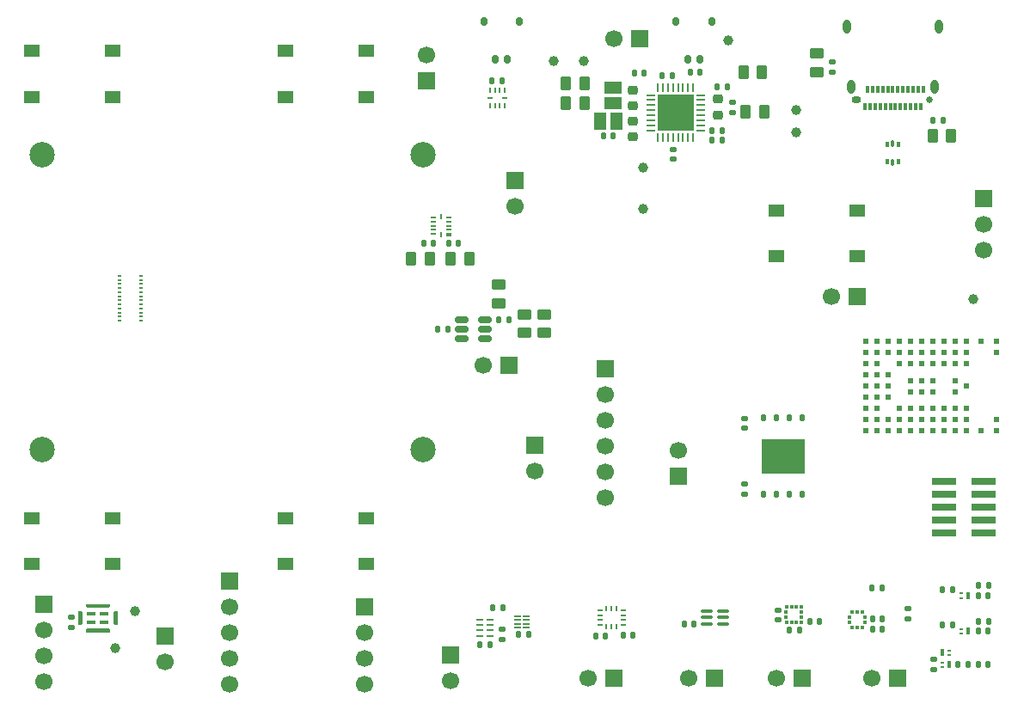
<source format=gbr>
%TF.GenerationSoftware,KiCad,Pcbnew,9.0.1+1*%
%TF.CreationDate,2025-09-26T11:21:38+00:00*%
%TF.ProjectId,ZSWatch-Watch-DevKit,5a535761-7463-4682-9d57-617463682d44,1.2.1*%
%TF.SameCoordinates,Original*%
%TF.FileFunction,Soldermask,Top*%
%TF.FilePolarity,Negative*%
%FSLAX46Y46*%
G04 Gerber Fmt 4.6, Leading zero omitted, Abs format (unit mm)*
G04 Created by KiCad (PCBNEW 9.0.1+1) date 2025-09-26 11:21:38*
%MOMM*%
%LPD*%
G01*
G04 APERTURE LIST*
G04 Aperture macros list*
%AMRoundRect*
0 Rectangle with rounded corners*
0 $1 Rounding radius*
0 $2 $3 $4 $5 $6 $7 $8 $9 X,Y pos of 4 corners*
0 Add a 4 corners polygon primitive as box body*
4,1,4,$2,$3,$4,$5,$6,$7,$8,$9,$2,$3,0*
0 Add four circle primitives for the rounded corners*
1,1,$1+$1,$2,$3*
1,1,$1+$1,$4,$5*
1,1,$1+$1,$6,$7*
1,1,$1+$1,$8,$9*
0 Add four rect primitives between the rounded corners*
20,1,$1+$1,$2,$3,$4,$5,0*
20,1,$1+$1,$4,$5,$6,$7,0*
20,1,$1+$1,$6,$7,$8,$9,0*
20,1,$1+$1,$8,$9,$2,$3,0*%
G04 Aperture macros list end*
%ADD10C,0.010000*%
%ADD11RoundRect,0.140000X0.140000X0.170000X-0.140000X0.170000X-0.140000X-0.170000X0.140000X-0.170000X0*%
%ADD12RoundRect,0.250000X-0.262500X-0.450000X0.262500X-0.450000X0.262500X0.450000X-0.262500X0.450000X0*%
%ADD13RoundRect,0.250000X0.262500X0.450000X-0.262500X0.450000X-0.262500X-0.450000X0.262500X-0.450000X0*%
%ADD14RoundRect,0.050000X-0.150000X-0.300000X0.150000X-0.300000X0.150000X0.300000X-0.150000X0.300000X0*%
%ADD15RoundRect,0.050000X-0.150000X-0.075000X0.150000X-0.075000X0.150000X0.075000X-0.150000X0.075000X0*%
%ADD16RoundRect,0.093750X-0.093750X0.156250X-0.093750X-0.156250X0.093750X-0.156250X0.093750X0.156250X0*%
%ADD17RoundRect,0.075000X-0.075000X0.250000X-0.075000X-0.250000X0.075000X-0.250000X0.075000X0.250000X0*%
%ADD18RoundRect,0.135000X0.185000X-0.135000X0.185000X0.135000X-0.185000X0.135000X-0.185000X-0.135000X0*%
%ADD19R,1.500000X1.300000*%
%ADD20C,1.000000*%
%ADD21R,1.700000X1.700000*%
%ADD22C,1.700000*%
%ADD23RoundRect,0.250000X-0.450000X0.262500X-0.450000X-0.262500X0.450000X-0.262500X0.450000X0.262500X0*%
%ADD24R,2.400000X0.740000*%
%ADD25RoundRect,0.062500X-0.337500X-0.062500X0.337500X-0.062500X0.337500X0.062500X-0.337500X0.062500X0*%
%ADD26RoundRect,0.062500X-0.062500X-0.337500X0.062500X-0.337500X0.062500X0.337500X-0.062500X0.337500X0*%
%ADD27R,3.600000X3.600000*%
%ADD28RoundRect,0.150000X0.150000X0.275000X-0.150000X0.275000X-0.150000X-0.275000X0.150000X-0.275000X0*%
%ADD29RoundRect,0.175000X0.175000X0.225000X-0.175000X0.225000X-0.175000X-0.225000X0.175000X-0.225000X0*%
%ADD30RoundRect,0.075000X-0.512500X-0.075000X0.512500X-0.075000X0.512500X0.075000X-0.512500X0.075000X0*%
%ADD31C,2.500000*%
%ADD32R,0.250000X0.500000*%
%ADD33R,0.500000X0.250000*%
%ADD34RoundRect,0.140000X-0.170000X0.140000X-0.170000X-0.140000X0.170000X-0.140000X0.170000X0.140000X0*%
%ADD35RoundRect,0.135000X-0.185000X0.135000X-0.185000X-0.135000X0.185000X-0.135000X0.185000X0.135000X0*%
%ADD36RoundRect,0.135000X0.135000X0.185000X-0.135000X0.185000X-0.135000X-0.185000X0.135000X-0.185000X0*%
%ADD37RoundRect,0.140000X-0.140000X-0.170000X0.140000X-0.170000X0.140000X0.170000X-0.140000X0.170000X0*%
%ADD38RoundRect,0.125000X0.125000X-0.200000X0.125000X0.200000X-0.125000X0.200000X-0.125000X-0.200000X0*%
%ADD39R,4.300000X3.400000*%
%ADD40R,0.650000X0.170000*%
%ADD41RoundRect,0.140000X0.170000X-0.140000X0.170000X0.140000X-0.170000X0.140000X-0.170000X-0.140000X0*%
%ADD42R,0.950000X0.450000*%
%ADD43RoundRect,0.135000X-0.135000X-0.185000X0.135000X-0.185000X0.135000X0.185000X-0.135000X0.185000X0*%
%ADD44R,0.700000X0.270000*%
%ADD45R,0.370000X0.300000*%
%ADD46R,0.300000X0.370000*%
%ADD47RoundRect,0.147500X0.147500X0.172500X-0.147500X0.172500X-0.147500X-0.172500X0.147500X-0.172500X0*%
%ADD48C,0.650000*%
%ADD49O,0.950000X0.650000*%
%ADD50R,0.300000X0.700000*%
%ADD51O,0.800000X1.400000*%
%ADD52RoundRect,0.225000X-0.250000X0.225000X-0.250000X-0.225000X0.250000X-0.225000X0.250000X0.225000X0*%
%ADD53R,0.475000X0.250000*%
%ADD54R,0.250000X0.475000*%
%ADD55R,1.150000X1.800000*%
%ADD56R,0.600000X0.600000*%
%ADD57RoundRect,0.147500X-0.147500X-0.172500X0.147500X-0.172500X0.147500X0.172500X-0.147500X0.172500X0*%
%ADD58RoundRect,0.225000X0.250000X-0.225000X0.250000X0.225000X-0.250000X0.225000X-0.250000X-0.225000X0*%
%ADD59R,0.300000X0.325000*%
%ADD60R,0.325000X0.300000*%
%ADD61R,1.800000X1.150000*%
%ADD62RoundRect,0.050000X0.150000X0.300000X-0.150000X0.300000X-0.150000X-0.300000X0.150000X-0.300000X0*%
%ADD63RoundRect,0.050000X0.150000X0.075000X-0.150000X0.075000X-0.150000X-0.075000X0.150000X-0.075000X0*%
%ADD64RoundRect,0.150000X0.512500X0.150000X-0.512500X0.150000X-0.512500X-0.150000X0.512500X-0.150000X0*%
%ADD65R,0.450000X0.210000*%
%ADD66R,0.500000X0.320000*%
%ADD67R,0.500000X0.220000*%
%ADD68R,0.220000X0.500000*%
%ADD69R,0.500000X0.200000*%
%ADD70RoundRect,0.250000X0.450000X-0.262500X0.450000X0.262500X-0.450000X0.262500X-0.450000X-0.262500X0*%
G04 APERTURE END LIST*
D10*
%TO.C,MK501*%
X166935000Y-173025000D02*
X166935000Y-174125000D01*
X166835000Y-174225000D01*
X166610000Y-174225000D01*
X166610000Y-172925000D01*
X166835000Y-172925000D01*
X166935000Y-173025000D01*
G36*
X166935000Y-173025000D02*
G01*
X166935000Y-174125000D01*
X166835000Y-174225000D01*
X166610000Y-174225000D01*
X166610000Y-172925000D01*
X166835000Y-172925000D01*
X166935000Y-173025000D01*
G37*
X169635000Y-172425000D02*
X169535000Y-172525000D01*
X167435000Y-172525000D01*
X167335000Y-172425000D01*
X167335000Y-172200000D01*
X169635000Y-172200000D01*
X169635000Y-172425000D01*
G36*
X169635000Y-172425000D02*
G01*
X169535000Y-172525000D01*
X167435000Y-172525000D01*
X167335000Y-172425000D01*
X167335000Y-172200000D01*
X169635000Y-172200000D01*
X169635000Y-172425000D01*
G37*
X169635000Y-174725000D02*
X169635000Y-174950000D01*
X167335000Y-174950000D01*
X167335000Y-174725000D01*
X167435000Y-174625000D01*
X169535000Y-174625000D01*
X169635000Y-174725000D01*
G36*
X169635000Y-174725000D02*
G01*
X169635000Y-174950000D01*
X167335000Y-174950000D01*
X167335000Y-174725000D01*
X167435000Y-174625000D01*
X169535000Y-174625000D01*
X169635000Y-174725000D01*
G37*
X170360000Y-174225000D02*
X170135000Y-174225000D01*
X170035000Y-174125000D01*
X170035000Y-173025000D01*
X170135000Y-172925000D01*
X170360000Y-172925000D01*
X170360000Y-174225000D01*
G36*
X170360000Y-174225000D02*
G01*
X170135000Y-174225000D01*
X170035000Y-174125000D01*
X170035000Y-173025000D01*
X170135000Y-172925000D01*
X170360000Y-172925000D01*
X170360000Y-174225000D01*
G37*
%TD*%
D11*
%TO.C,C404*%
X225060000Y-120200000D03*
X224100000Y-120200000D03*
%TD*%
D12*
%TO.C,R605*%
X250700000Y-126100000D03*
X252525000Y-126100000D03*
%TD*%
D13*
%TO.C,R409*%
X234112500Y-123749000D03*
X232287500Y-123749000D03*
%TD*%
D14*
%TO.C,Q403*%
X254250000Y-171400000D03*
D15*
X253550000Y-171175000D03*
X253550000Y-171625000D03*
%TD*%
D12*
%TO.C,R615*%
X203275000Y-138200000D03*
X205100000Y-138200000D03*
%TD*%
D16*
%TO.C,IC602*%
X247337500Y-126937500D03*
D17*
X246800000Y-126862500D03*
D16*
X246262500Y-126937500D03*
X246262500Y-128637500D03*
D17*
X246800000Y-128712500D03*
D16*
X247337500Y-128637500D03*
%TD*%
D18*
%TO.C,R403*%
X250800000Y-178710000D03*
X250800000Y-177690000D03*
%TD*%
D19*
%TO.C,S503*%
X162025000Y-163750000D03*
X162025000Y-168250000D03*
X169975000Y-163750000D03*
X169975000Y-168250000D03*
%TD*%
D20*
%TO.C,TP504*%
X222200000Y-129200000D03*
%TD*%
D21*
%TO.C,X508*%
X200900000Y-120700000D03*
D22*
X200900000Y-118160000D03*
%TD*%
D19*
%TO.C,S504*%
X162025000Y-117750000D03*
X162025000Y-122250000D03*
X169975000Y-117750000D03*
X169975000Y-122250000D03*
%TD*%
D23*
%TO.C,R613*%
X212500000Y-143687500D03*
X212500000Y-145512500D03*
%TD*%
D24*
%TO.C,X601*%
X251800000Y-160120000D03*
X255700000Y-160120000D03*
X251800000Y-161390000D03*
X255700000Y-161390000D03*
X251800000Y-162660000D03*
X255700000Y-162660000D03*
X251800000Y-163930000D03*
X255700000Y-163930000D03*
X251800000Y-165200000D03*
X255700000Y-165200000D03*
%TD*%
D25*
%TO.C,IC401*%
X222937790Y-122080400D03*
X222937790Y-122580400D03*
X222937790Y-123080400D03*
X222937790Y-123580400D03*
X222937790Y-124080400D03*
X222937790Y-124580400D03*
X222937790Y-125080400D03*
X222937790Y-125580400D03*
D26*
X223637790Y-126280400D03*
X224137790Y-126280400D03*
X224637790Y-126280400D03*
X225137790Y-126280400D03*
X225637790Y-126280400D03*
X226137790Y-126280400D03*
X226637790Y-126280400D03*
X227137790Y-126280400D03*
D25*
X227837790Y-125580400D03*
X227837790Y-125080400D03*
X227837790Y-124580400D03*
X227837790Y-124080400D03*
X227837790Y-123580400D03*
X227837790Y-123080400D03*
X227837790Y-122580400D03*
X227837790Y-122080400D03*
D26*
X227137790Y-121380400D03*
X226637790Y-121380400D03*
X226137790Y-121380400D03*
X225637790Y-121380400D03*
X225137790Y-121380400D03*
X224637790Y-121380400D03*
X224137790Y-121380400D03*
X223637790Y-121380400D03*
D27*
X225387790Y-123830400D03*
%TD*%
D21*
%TO.C,X503*%
X175100000Y-175400000D03*
D22*
X175100000Y-177940000D03*
%TD*%
D28*
%TO.C,X509*%
X208850000Y-118575000D03*
X207650000Y-118575000D03*
D29*
X210000000Y-114800000D03*
X206500000Y-114800000D03*
%TD*%
D30*
%TO.C,IC501*%
X228505000Y-172900000D03*
X228505000Y-173550000D03*
X228505000Y-174200000D03*
X230080000Y-174200000D03*
X230080000Y-173550000D03*
X230080000Y-172900000D03*
%TD*%
D31*
%TO.C,REF\u002A\u002A*%
X200500000Y-157000000D03*
%TD*%
D21*
%TO.C,X610*%
X211500000Y-156600000D03*
D22*
X211500000Y-159140000D03*
%TD*%
D21*
%TO.C,X403*%
X163200000Y-172220000D03*
D22*
X163200000Y-174760000D03*
X163200000Y-177300000D03*
X163200000Y-179840000D03*
%TD*%
D11*
%TO.C,C403*%
X227780000Y-119800000D03*
X226820000Y-119800000D03*
%TD*%
D21*
%TO.C,X504*%
X194800000Y-172490000D03*
D22*
X194800000Y-175030000D03*
X194800000Y-177570000D03*
X194800000Y-180110000D03*
%TD*%
D21*
%TO.C,X606*%
X225700000Y-159640000D03*
D22*
X225700000Y-157100000D03*
%TD*%
D32*
%TO.C,IC505*%
X207100000Y-123100000D03*
X207600000Y-123100000D03*
X208100000Y-123100000D03*
X208600000Y-123100000D03*
D33*
X208600000Y-122350000D03*
D32*
X208600000Y-121600000D03*
X208100000Y-121600000D03*
X207600000Y-121600000D03*
X207100000Y-121600000D03*
D33*
X207100000Y-122350000D03*
%TD*%
D21*
%TO.C,X401*%
X221865000Y-116500000D03*
D22*
X219325000Y-116500000D03*
%TD*%
D21*
%TO.C,X501*%
X229200000Y-179500000D03*
D22*
X226660000Y-179500000D03*
%TD*%
D21*
%TO.C,X502*%
X181500000Y-169980000D03*
D22*
X181500000Y-172520000D03*
X181500000Y-175060000D03*
X181500000Y-177600000D03*
X181500000Y-180140000D03*
%TD*%
D21*
%TO.C,X506*%
X237840000Y-179500000D03*
D22*
X235300000Y-179500000D03*
%TD*%
D34*
%TO.C,C505*%
X235500000Y-172795000D03*
X235500000Y-173755000D03*
%TD*%
D35*
%TO.C,R504*%
X208300000Y-174690000D03*
X208300000Y-175710000D03*
%TD*%
D21*
%TO.C,X607*%
X209600000Y-130525000D03*
D22*
X209600000Y-133065000D03*
%TD*%
D36*
%TO.C,R405*%
X256210000Y-170400000D03*
X255190000Y-170400000D03*
%TD*%
D37*
%TO.C,C405*%
X229520000Y-121300000D03*
X230480000Y-121300000D03*
%TD*%
D11*
%TO.C,C511*%
X207100000Y-176220000D03*
X206140000Y-176220000D03*
%TD*%
D38*
%TO.C,IC603*%
X234090000Y-161400000D03*
X235360000Y-161400000D03*
X236630000Y-161400000D03*
X237900000Y-161400000D03*
X237900000Y-153900000D03*
X236630000Y-153900000D03*
X235360000Y-153900000D03*
X234090000Y-153900000D03*
D39*
X235995000Y-157650000D03*
%TD*%
D35*
%TO.C,R604*%
X240800000Y-118790000D03*
X240800000Y-119810000D03*
%TD*%
D20*
%TO.C,TP404*%
X216400000Y-118700000D03*
%TD*%
D40*
%TO.C,IC506*%
X210725000Y-174500000D03*
X210725000Y-174150000D03*
X210725000Y-173800000D03*
X210725000Y-173450000D03*
X209875000Y-173450000D03*
X209875000Y-173800000D03*
X209875000Y-174150000D03*
X209875000Y-174500000D03*
%TD*%
D20*
%TO.C,TP405*%
X213400000Y-118700000D03*
%TD*%
D41*
%TO.C,C602*%
X232170000Y-154880000D03*
X232170000Y-153920000D03*
%TD*%
D21*
%TO.C,X505*%
X219340000Y-179500000D03*
D22*
X216800000Y-179500000D03*
%TD*%
D42*
%TO.C,MK501*%
X167810000Y-173150000D03*
X169160000Y-173150000D03*
X169160000Y-174000000D03*
X167810000Y-174000000D03*
%TD*%
D21*
%TO.C,X604*%
X255700000Y-132270000D03*
D22*
X255700000Y-134810000D03*
X255700000Y-137350000D03*
%TD*%
D12*
%TO.C,R410*%
X214587500Y-120900000D03*
X216412500Y-120900000D03*
%TD*%
D35*
%TO.C,R501*%
X248300000Y-172690000D03*
X248300000Y-173710000D03*
%TD*%
D13*
%TO.C,R616*%
X201187500Y-138200000D03*
X199362500Y-138200000D03*
%TD*%
D43*
%TO.C,R603*%
X250700000Y-124600000D03*
X251720000Y-124600000D03*
%TD*%
D36*
%TO.C,R408*%
X229989410Y-126538400D03*
X228969410Y-126538400D03*
%TD*%
D28*
%TO.C,X402*%
X227800000Y-118575000D03*
X226600000Y-118575000D03*
D29*
X228950000Y-114800000D03*
X225450000Y-114800000D03*
%TD*%
D11*
%TO.C,C503*%
X218500000Y-175332500D03*
X217540000Y-175332500D03*
%TD*%
D44*
%TO.C,IC507*%
X206120000Y-173725000D03*
X206120000Y-174265000D03*
X206120000Y-174805000D03*
X206120000Y-175345000D03*
X207120000Y-175345000D03*
X207120000Y-174805000D03*
X207120000Y-174265000D03*
X207120000Y-173725000D03*
%TD*%
D21*
%TO.C,X507*%
X247300000Y-179500000D03*
D22*
X244760000Y-179500000D03*
%TD*%
D45*
%TO.C,IC504*%
X244062500Y-174007500D03*
X244062500Y-173507500D03*
D46*
X243800000Y-172995000D03*
X243300000Y-172995000D03*
X242800000Y-172995000D03*
D45*
X242537500Y-173507500D03*
X242537500Y-174007500D03*
D46*
X242800000Y-174520000D03*
X243300000Y-174520000D03*
X243800000Y-174520000D03*
%TD*%
D11*
%TO.C,C510*%
X208280000Y-120700000D03*
X207320000Y-120700000D03*
%TD*%
D20*
%TO.C,TP503*%
X222200000Y-133300000D03*
%TD*%
D47*
%TO.C,D403*%
X256185000Y-178200000D03*
X255215000Y-178200000D03*
%TD*%
D36*
%TO.C,R505*%
X208400000Y-172600000D03*
X207380000Y-172600000D03*
%TD*%
D48*
%TO.C,X603*%
X250400000Y-122560000D03*
D49*
X243200000Y-122560000D03*
D50*
X249550000Y-123220000D03*
X249050000Y-123220000D03*
X248550000Y-123220000D03*
X248050000Y-123220000D03*
X247550000Y-123220000D03*
X247050000Y-123220000D03*
X246550000Y-123220000D03*
X246050000Y-123220000D03*
X245550000Y-123220000D03*
X245050000Y-123220000D03*
X244550000Y-123220000D03*
X244050000Y-123220000D03*
X244300000Y-121520000D03*
X244800000Y-121520000D03*
X245300000Y-121520000D03*
X245800000Y-121520000D03*
X246300000Y-121520000D03*
X246800000Y-121520000D03*
X247300000Y-121520000D03*
X247800000Y-121520000D03*
X248300000Y-121520000D03*
X248800000Y-121520000D03*
X249300000Y-121520000D03*
X249800000Y-121520000D03*
D51*
X251290000Y-115360000D03*
X250930000Y-121310000D03*
X242670000Y-121310000D03*
X242310000Y-115360000D03*
%TD*%
D20*
%TO.C,TP601*%
X254700000Y-142200000D03*
%TD*%
D52*
%TO.C,C409*%
X221151410Y-124633400D03*
X221151410Y-126183400D03*
%TD*%
D36*
%TO.C,R404*%
X256210000Y-173900000D03*
X255190000Y-173900000D03*
%TD*%
D41*
%TO.C,C502*%
X165900000Y-174500000D03*
X165900000Y-173540000D03*
%TD*%
D53*
%TO.C,IC502*%
X217937500Y-172800000D03*
X217937500Y-173300000D03*
X217937500Y-173800000D03*
X217937500Y-174300000D03*
D54*
X218600000Y-174462500D03*
X219100000Y-174462500D03*
X219600000Y-174462500D03*
D53*
X220262500Y-174300000D03*
X220262500Y-173800000D03*
X220262500Y-173300000D03*
X220262500Y-172800000D03*
D54*
X219600000Y-172637500D03*
X219100000Y-172637500D03*
X218600000Y-172637500D03*
%TD*%
D20*
%TO.C,TP501*%
X172200000Y-172900000D03*
%TD*%
D23*
%TO.C,R606*%
X239300000Y-117987500D03*
X239300000Y-119812500D03*
%TD*%
D55*
%TO.C,L401*%
X217938410Y-124659400D03*
X219538410Y-124659400D03*
%TD*%
D56*
%TO.C,M601*%
X244100000Y-155150000D03*
X244100000Y-154050000D03*
X244100000Y-152950000D03*
X244100000Y-151850000D03*
X244100000Y-150750000D03*
X244100000Y-149650000D03*
X244100000Y-148550000D03*
X244100000Y-147450000D03*
X244100000Y-146350000D03*
X245200000Y-155150000D03*
X245200000Y-154050000D03*
X245200000Y-152950000D03*
X245200000Y-151850000D03*
X245200000Y-150750000D03*
X245200000Y-149650000D03*
X245200000Y-148550000D03*
X245200000Y-147450000D03*
X245200000Y-146350000D03*
X246300000Y-155150000D03*
X246300000Y-154050000D03*
X246300000Y-151850000D03*
X246300000Y-150750000D03*
X246300000Y-149650000D03*
X246300000Y-147450000D03*
X246300000Y-146350000D03*
X247400000Y-155150000D03*
X247400000Y-154050000D03*
X247400000Y-152950000D03*
X247400000Y-148550000D03*
X247400000Y-147450000D03*
X247400000Y-146350000D03*
X248500000Y-155150000D03*
X248500000Y-154050000D03*
X248500000Y-152950000D03*
X248500000Y-151300000D03*
X248500000Y-150200000D03*
X248500000Y-148550000D03*
X248500000Y-147450000D03*
X248500000Y-146350000D03*
X249600000Y-155150000D03*
X249600000Y-154050000D03*
X249600000Y-152950000D03*
X249600000Y-151300000D03*
X249600000Y-150200000D03*
X249600000Y-148550000D03*
X249600000Y-147450000D03*
X249600000Y-146350000D03*
X250700000Y-155150000D03*
X250700000Y-154050000D03*
X250700000Y-152950000D03*
X250700000Y-151300000D03*
X250700000Y-150200000D03*
X250700000Y-148550000D03*
X250700000Y-147450000D03*
X250700000Y-146350000D03*
X251800000Y-155150000D03*
X251800000Y-154050000D03*
X251800000Y-152950000D03*
X251800000Y-148550000D03*
X251800000Y-147450000D03*
X251800000Y-146350000D03*
X252900000Y-155150000D03*
X252900000Y-154050000D03*
X252900000Y-152950000D03*
X252900000Y-151300000D03*
X252900000Y-150200000D03*
X252900000Y-148550000D03*
X252900000Y-147450000D03*
X252900000Y-146350000D03*
X254000000Y-155150000D03*
X254000000Y-154050000D03*
X254000000Y-152950000D03*
X254000000Y-150750000D03*
X254000000Y-148550000D03*
X254000000Y-147450000D03*
X254000000Y-146350000D03*
X255500000Y-155150000D03*
X255500000Y-146350000D03*
X257000000Y-155150000D03*
X257000000Y-154050000D03*
X257000000Y-147450000D03*
X257000000Y-146350000D03*
%TD*%
D57*
%TO.C,D401*%
X255215000Y-174900000D03*
X256185000Y-174900000D03*
%TD*%
D58*
%TO.C,C407*%
X221151410Y-123148400D03*
X221151410Y-121598400D03*
%TD*%
D11*
%TO.C,C408*%
X222289600Y-119930400D03*
X221329600Y-119930400D03*
%TD*%
D37*
%TO.C,C406*%
X218299410Y-126138400D03*
X219259410Y-126138400D03*
%TD*%
D11*
%TO.C,C501*%
X227187500Y-174200000D03*
X226227500Y-174200000D03*
%TD*%
D21*
%TO.C,X609*%
X208975000Y-148700000D03*
D22*
X206435000Y-148700000D03*
%TD*%
D11*
%TO.C,C504*%
X221180000Y-175300000D03*
X220220000Y-175300000D03*
%TD*%
%TO.C,C601*%
X208980000Y-144187500D03*
X208020000Y-144187500D03*
%TD*%
D59*
%TO.C,IC503*%
X237812500Y-172462500D03*
X237312500Y-172462500D03*
X236812500Y-172462500D03*
X236312500Y-172462500D03*
D60*
X236300000Y-172975000D03*
X236300000Y-173475000D03*
D59*
X236312500Y-173987500D03*
X236812500Y-173987500D03*
X237312500Y-173987500D03*
X237812500Y-173987500D03*
D60*
X237825000Y-173475000D03*
X237825000Y-172975000D03*
%TD*%
D37*
%TO.C,C506*%
X238620000Y-173975000D03*
X239580000Y-173975000D03*
%TD*%
D61*
%TO.C,L402*%
X219246410Y-121319400D03*
X219246410Y-122919400D03*
%TD*%
D58*
%TO.C,C410*%
X229590620Y-124044000D03*
X229590620Y-122494000D03*
%TD*%
D23*
%TO.C,R602*%
X208020000Y-140775000D03*
X208020000Y-142600000D03*
%TD*%
D36*
%TO.C,R402*%
X252710000Y-170800000D03*
X251690000Y-170800000D03*
%TD*%
D19*
%TO.C,S502*%
X187025000Y-163750000D03*
X187025000Y-168250000D03*
X194975000Y-163750000D03*
X194975000Y-168250000D03*
%TD*%
D31*
%TO.C,REF\u002A\u002A*%
X163000000Y-157000000D03*
%TD*%
D62*
%TO.C,Q401*%
X251650000Y-177000000D03*
D63*
X252350000Y-177225000D03*
X252350000Y-176775000D03*
%TD*%
D11*
%TO.C,C508*%
X245780000Y-173700000D03*
X244820000Y-173700000D03*
%TD*%
D12*
%TO.C,R411*%
X214587500Y-122900000D03*
X216412500Y-122900000D03*
%TD*%
D43*
%TO.C,R601*%
X201990000Y-145137500D03*
X203010000Y-145137500D03*
%TD*%
D31*
%TO.C,REF\u002A\u002A*%
X200500000Y-128000000D03*
%TD*%
D20*
%TO.C,TP502*%
X170200000Y-176600000D03*
%TD*%
D64*
%TO.C,IC601*%
X206637500Y-146087500D03*
X206637500Y-145137500D03*
X206637500Y-144187500D03*
X204362500Y-144187500D03*
X204362500Y-145137500D03*
X204362500Y-146087500D03*
%TD*%
D12*
%TO.C,R412*%
X232087500Y-119800000D03*
X233912500Y-119800000D03*
%TD*%
D21*
%TO.C,X510*%
X203200000Y-177260000D03*
D22*
X203200000Y-179800000D03*
%TD*%
D21*
%TO.C,X605*%
X218500000Y-149050000D03*
D22*
X218500000Y-151590000D03*
X218500000Y-154130000D03*
X218500000Y-156670000D03*
X218500000Y-159210000D03*
X218500000Y-161750000D03*
%TD*%
D35*
%TO.C,R612*%
X232170000Y-160400000D03*
X232170000Y-161420000D03*
%TD*%
D19*
%TO.C,S501*%
X187025000Y-117750000D03*
X187025000Y-122250000D03*
X194975000Y-117750000D03*
X194975000Y-122250000D03*
%TD*%
D31*
%TO.C,REF\u002A\u002A*%
X163000000Y-128000000D03*
%TD*%
D41*
%TO.C,C401*%
X231000000Y-123780000D03*
X231000000Y-122820000D03*
%TD*%
D36*
%TO.C,R406*%
X254210000Y-178200000D03*
X253190000Y-178200000D03*
%TD*%
D20*
%TO.C,TP402*%
X230600000Y-116725000D03*
%TD*%
D11*
%TO.C,C604*%
X201555000Y-136700000D03*
X200595000Y-136700000D03*
%TD*%
D65*
%TO.C,X608*%
X172800000Y-144300000D03*
X172800000Y-143900000D03*
X172800000Y-143500000D03*
X172800000Y-143100000D03*
X172800000Y-142700000D03*
X172800000Y-142300000D03*
X172800000Y-141900000D03*
X172800000Y-141500000D03*
X172800000Y-141100000D03*
X172800000Y-140700000D03*
X172800000Y-140300000D03*
X172800000Y-139900000D03*
X170610000Y-139900000D03*
X170610000Y-140300000D03*
X170610000Y-140700000D03*
X170610000Y-141100000D03*
X170610000Y-141500000D03*
X170610000Y-141900000D03*
X170610000Y-142300000D03*
X170610000Y-142700000D03*
X170610000Y-143100000D03*
X170610000Y-143500000D03*
X170610000Y-143900000D03*
X170610000Y-144300000D03*
%TD*%
D57*
%TO.C,D402*%
X255215000Y-171400000D03*
X256185000Y-171400000D03*
%TD*%
D37*
%TO.C,C509*%
X244820000Y-174700000D03*
X245780000Y-174700000D03*
%TD*%
D34*
%TO.C,C402*%
X225137790Y-127420000D03*
X225137790Y-128380000D03*
%TD*%
D66*
%TO.C,IC604*%
X203045000Y-135800000D03*
D67*
X203045000Y-135350000D03*
X203045000Y-134950000D03*
X203045000Y-134550000D03*
X203045000Y-134150000D03*
D68*
X202295000Y-134050000D03*
D69*
X201545000Y-134150000D03*
D67*
X201545000Y-134550000D03*
X201545000Y-134950000D03*
X201545000Y-135350000D03*
X201545000Y-135750000D03*
D68*
X202295000Y-135850000D03*
%TD*%
D36*
%TO.C,R407*%
X229989410Y-125580400D03*
X228969410Y-125580400D03*
%TD*%
D20*
%TO.C,TP401*%
X237300000Y-125800000D03*
%TD*%
D14*
%TO.C,Q404*%
X252350000Y-178200000D03*
D15*
X251650000Y-177975000D03*
X251650000Y-178425000D03*
%TD*%
D70*
%TO.C,R614*%
X210500000Y-145512500D03*
X210500000Y-143687500D03*
%TD*%
D11*
%TO.C,C507*%
X237580000Y-174775000D03*
X236620000Y-174775000D03*
%TD*%
D36*
%TO.C,R401*%
X252710000Y-174300000D03*
X251690000Y-174300000D03*
%TD*%
D20*
%TO.C,TP403*%
X237300000Y-123600000D03*
%TD*%
D14*
%TO.C,Q402*%
X254250000Y-174900000D03*
D15*
X253550000Y-174675000D03*
X253550000Y-175125000D03*
%TD*%
D43*
%TO.C,R503*%
X209890000Y-175200000D03*
X210910000Y-175200000D03*
%TD*%
%TO.C,R502*%
X244690000Y-170600000D03*
X245710000Y-170600000D03*
%TD*%
D19*
%TO.C,S601*%
X243275000Y-137950000D03*
X243275000Y-133450000D03*
X235325000Y-137950000D03*
X235325000Y-133450000D03*
%TD*%
D37*
%TO.C,C603*%
X203057500Y-136700000D03*
X204017500Y-136700000D03*
%TD*%
D21*
%TO.C,X602*%
X243300000Y-141900000D03*
D22*
X240760000Y-141900000D03*
%TD*%
M02*

</source>
